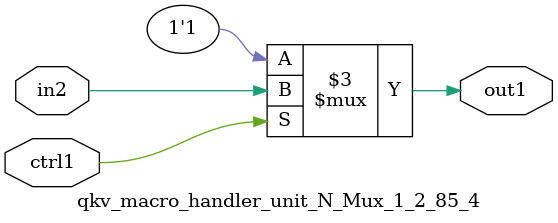
<source format=v>

`timescale 1ps / 1ps


module qkv_macro_handler_unit_N_Mux_1_2_85_4( in2, ctrl1, out1 );

    input in2;
    input ctrl1;
    output out1;
    reg out1;

    
    // rtl_process:qkv_macro_handler_unit_N_Mux_1_2_85_4/qkv_macro_handler_unit_N_Mux_1_2_85_4_thread_1
    always @*
      begin : qkv_macro_handler_unit_N_Mux_1_2_85_4_thread_1
        case (ctrl1) 
          1'b1: 
            begin
              out1 = in2;
            end
          default: 
            begin
              out1 = 1'b1;
            end
        endcase
      end

endmodule



</source>
